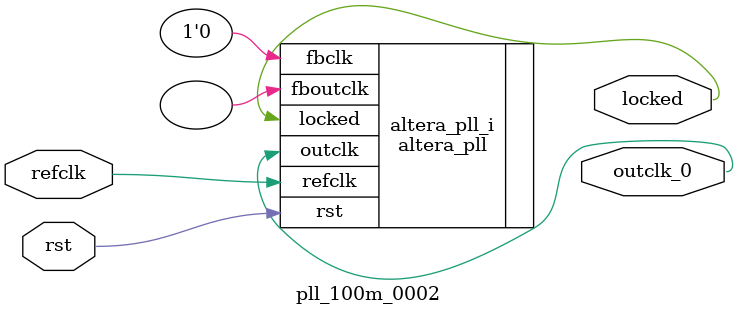
<source format=v>
`timescale 1ns/10ps
module  pll_100m_0002(

	// interface 'refclk'
	input wire refclk,

	// interface 'reset'
	input wire rst,

	// interface 'outclk0'
	output wire outclk_0,

	// interface 'locked'
	output wire locked
);

	altera_pll #(
		.fractional_vco_multiplier("false"),
		.reference_clock_frequency("50.0 MHz"),
		.operation_mode("direct"),
		.number_of_clocks(1),
		.output_clock_frequency0("200.000000 MHz"),
		.phase_shift0("0 ps"),
		.duty_cycle0(50),
		.output_clock_frequency1("0 MHz"),
		.phase_shift1("0 ps"),
		.duty_cycle1(50),
		.output_clock_frequency2("0 MHz"),
		.phase_shift2("0 ps"),
		.duty_cycle2(50),
		.output_clock_frequency3("0 MHz"),
		.phase_shift3("0 ps"),
		.duty_cycle3(50),
		.output_clock_frequency4("0 MHz"),
		.phase_shift4("0 ps"),
		.duty_cycle4(50),
		.output_clock_frequency5("0 MHz"),
		.phase_shift5("0 ps"),
		.duty_cycle5(50),
		.output_clock_frequency6("0 MHz"),
		.phase_shift6("0 ps"),
		.duty_cycle6(50),
		.output_clock_frequency7("0 MHz"),
		.phase_shift7("0 ps"),
		.duty_cycle7(50),
		.output_clock_frequency8("0 MHz"),
		.phase_shift8("0 ps"),
		.duty_cycle8(50),
		.output_clock_frequency9("0 MHz"),
		.phase_shift9("0 ps"),
		.duty_cycle9(50),
		.output_clock_frequency10("0 MHz"),
		.phase_shift10("0 ps"),
		.duty_cycle10(50),
		.output_clock_frequency11("0 MHz"),
		.phase_shift11("0 ps"),
		.duty_cycle11(50),
		.output_clock_frequency12("0 MHz"),
		.phase_shift12("0 ps"),
		.duty_cycle12(50),
		.output_clock_frequency13("0 MHz"),
		.phase_shift13("0 ps"),
		.duty_cycle13(50),
		.output_clock_frequency14("0 MHz"),
		.phase_shift14("0 ps"),
		.duty_cycle14(50),
		.output_clock_frequency15("0 MHz"),
		.phase_shift15("0 ps"),
		.duty_cycle15(50),
		.output_clock_frequency16("0 MHz"),
		.phase_shift16("0 ps"),
		.duty_cycle16(50),
		.output_clock_frequency17("0 MHz"),
		.phase_shift17("0 ps"),
		.duty_cycle17(50),
		.pll_type("General"),
		.pll_subtype("General")
	) altera_pll_i (
		.rst	(rst),
		.outclk	({outclk_0}),
		.locked	(locked),
		.fboutclk	( ),
		.fbclk	(1'b0),
		.refclk	(refclk)
	);
endmodule


</source>
